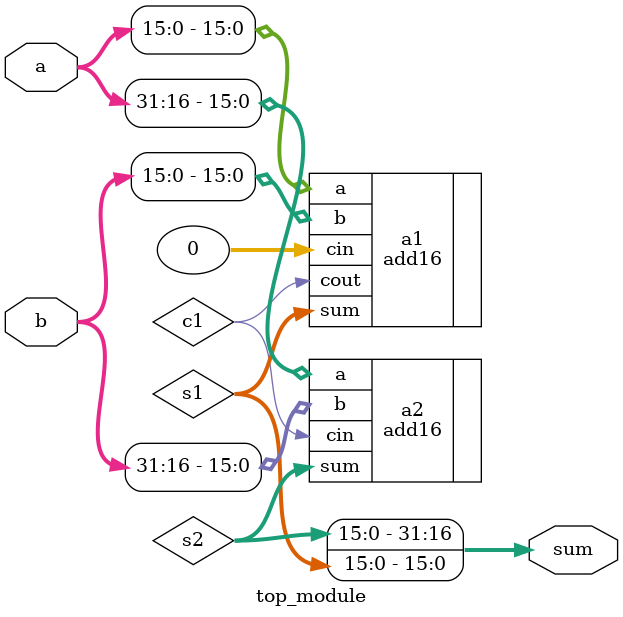
<source format=v>
module top_module(
    input [31:0] a,
    input [31:0] b,
    output [31:0] sum
);
	wire c1;
    wire [15:0] s1,s2;

    add16 a1(
        .a(a[15:0]),
        .b(b[15:0]),
        .cin(0),
        .sum(s1),
        .cout(c1)
    );
    add16 a2(
        .a(a[31:16]),
        .b(b[31:16]),
        .cin(c1),
        .sum(s2)
        );
	assign sum = {s2,s1};
endmodule
</source>
